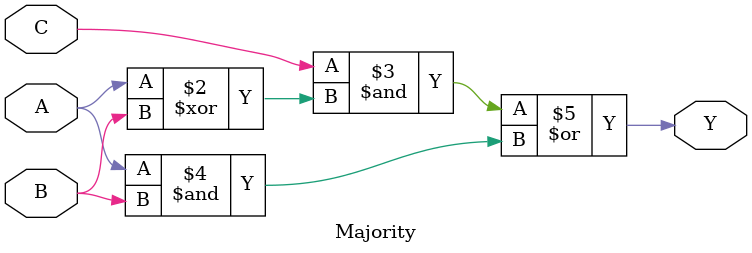
<source format=v>

module Majority (A, B, C, Y);                 	
   input  A, B, C;			
   output Y; 

   reg Y;           		
   
   always @ (A,B,C)
   begin
       Y <= (C & (A ^ B)) | (A & B)  ;              	          	

   end
endmodule // Majority  
    
</source>
